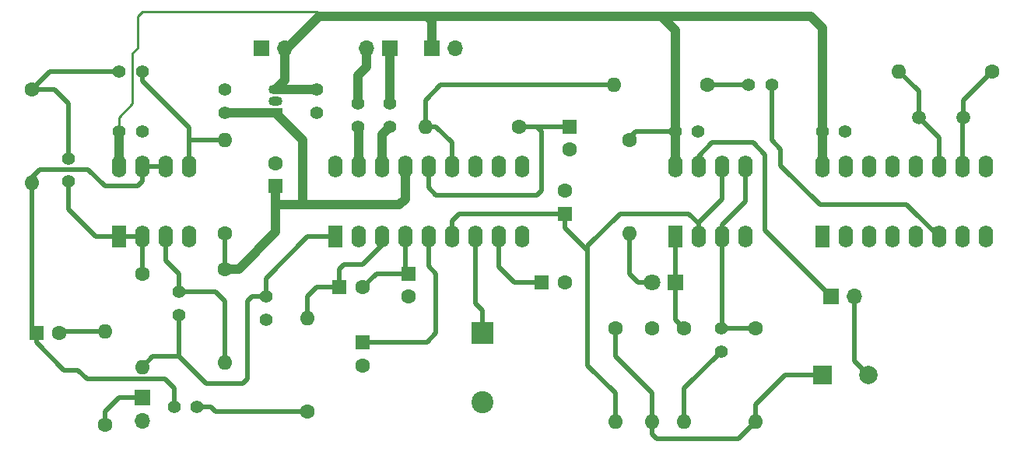
<source format=gbl>
G04 #@! TF.GenerationSoftware,KiCad,Pcbnew,5.1.8-5.1.8*
G04 #@! TF.CreationDate,2021-12-06T17:42:23+01:00*
G04 #@! TF.ProjectId,Dcf77_Elrad,44636637-375f-4456-9c72-61642e6b6963,1.0*
G04 #@! TF.SameCoordinates,Original*
G04 #@! TF.FileFunction,Copper,L2,Bot*
G04 #@! TF.FilePolarity,Positive*
%FSLAX46Y46*%
G04 Gerber Fmt 4.6, Leading zero omitted, Abs format (unit mm)*
G04 Created by KiCad (PCBNEW 5.1.8-5.1.8) date 2021-12-06 17:42:23*
%MOMM*%
%LPD*%
G01*
G04 APERTURE LIST*
G04 #@! TA.AperFunction,ComponentPad*
%ADD10O,1.700000X1.700000*%
G04 #@! TD*
G04 #@! TA.AperFunction,ComponentPad*
%ADD11R,1.700000X1.700000*%
G04 #@! TD*
G04 #@! TA.AperFunction,ComponentPad*
%ADD12O,1.600000X1.600000*%
G04 #@! TD*
G04 #@! TA.AperFunction,ComponentPad*
%ADD13C,1.600000*%
G04 #@! TD*
G04 #@! TA.AperFunction,ComponentPad*
%ADD14R,1.500000X1.050000*%
G04 #@! TD*
G04 #@! TA.AperFunction,ComponentPad*
%ADD15O,1.500000X1.050000*%
G04 #@! TD*
G04 #@! TA.AperFunction,ComponentPad*
%ADD16O,1.600000X2.400000*%
G04 #@! TD*
G04 #@! TA.AperFunction,ComponentPad*
%ADD17R,1.600000X2.400000*%
G04 #@! TD*
G04 #@! TA.AperFunction,ComponentPad*
%ADD18C,1.400000*%
G04 #@! TD*
G04 #@! TA.AperFunction,ComponentPad*
%ADD19R,1.600000X1.600000*%
G04 #@! TD*
G04 #@! TA.AperFunction,ComponentPad*
%ADD20C,2.400000*%
G04 #@! TD*
G04 #@! TA.AperFunction,ComponentPad*
%ADD21R,2.400000X2.400000*%
G04 #@! TD*
G04 #@! TA.AperFunction,ComponentPad*
%ADD22C,2.000000*%
G04 #@! TD*
G04 #@! TA.AperFunction,ComponentPad*
%ADD23R,2.000000X2.000000*%
G04 #@! TD*
G04 #@! TA.AperFunction,ComponentPad*
%ADD24C,1.800000*%
G04 #@! TD*
G04 #@! TA.AperFunction,ComponentPad*
%ADD25R,1.800000X1.800000*%
G04 #@! TD*
G04 #@! TA.AperFunction,ComponentPad*
%ADD26C,1.500000*%
G04 #@! TD*
G04 #@! TA.AperFunction,Conductor*
%ADD27C,1.000000*%
G04 #@! TD*
G04 #@! TA.AperFunction,Conductor*
%ADD28C,0.500000*%
G04 #@! TD*
G04 #@! TA.AperFunction,Conductor*
%ADD29C,0.250000*%
G04 #@! TD*
G04 APERTURE END LIST*
D10*
X139964000Y-82992000D03*
D11*
X137424000Y-82992000D03*
D10*
X121464000Y-82992000D03*
D11*
X118924000Y-82992000D03*
D10*
X130384000Y-82992000D03*
D11*
X132924000Y-82992000D03*
D10*
X105924000Y-123532000D03*
D11*
X105924000Y-120992000D03*
D10*
X183464000Y-109992000D03*
D11*
X180924000Y-109992000D03*
D12*
X101924000Y-113832000D03*
D13*
X101924000Y-123992000D03*
D12*
X93924000Y-97652000D03*
D13*
X93924000Y-87492000D03*
D12*
X114924000Y-92992000D03*
D13*
X114924000Y-103152000D03*
D12*
X105924000Y-117652000D03*
D13*
X105924000Y-107492000D03*
D12*
X114924000Y-117152000D03*
D13*
X114924000Y-106992000D03*
D14*
X120424000Y-89992000D03*
D15*
X120424000Y-87452000D03*
X120424000Y-88722000D03*
D16*
X103424000Y-95872000D03*
X111044000Y-103492000D03*
X105964000Y-95872000D03*
X108504000Y-103492000D03*
X108504000Y-95872000D03*
X105964000Y-103492000D03*
X111044000Y-95872000D03*
D17*
X103424000Y-103492000D03*
D18*
X105924000Y-91992000D03*
X103424000Y-91992000D03*
X114924000Y-89992000D03*
X114924000Y-87492000D03*
X124924000Y-87492000D03*
X124924000Y-89992000D03*
D13*
X96924000Y-113992000D03*
D19*
X94424000Y-113992000D03*
D18*
X111924000Y-121992000D03*
X109424000Y-121992000D03*
X97924000Y-97492000D03*
X97924000Y-94992000D03*
X103424000Y-85492000D03*
X105924000Y-85492000D03*
X109924000Y-109492000D03*
X109924000Y-111992000D03*
X119424000Y-112492000D03*
X119424000Y-109992000D03*
X132924000Y-88992000D03*
X132924000Y-91492000D03*
X129424000Y-88992000D03*
X129424000Y-91492000D03*
D12*
X123924000Y-112332000D03*
D13*
X123924000Y-122492000D03*
X151924000Y-108492000D03*
D19*
X149424000Y-108492000D03*
D20*
X142924000Y-121492000D03*
D21*
X142924000Y-113992000D03*
D13*
X129924000Y-117492000D03*
D19*
X129924000Y-114992000D03*
D13*
X134924000Y-109992000D03*
D19*
X134924000Y-107492000D03*
D13*
X129924000Y-108992000D03*
D19*
X127424000Y-108992000D03*
D12*
X172674000Y-123652000D03*
D13*
X172674000Y-113492000D03*
D12*
X161424000Y-123652000D03*
D13*
X161424000Y-113492000D03*
D12*
X157424000Y-123652000D03*
D13*
X157424000Y-113492000D03*
D22*
X184924000Y-118492000D03*
D23*
X179924000Y-118492000D03*
D13*
X151924000Y-98492000D03*
D19*
X151924000Y-100992000D03*
D13*
X152424000Y-93992000D03*
D19*
X152424000Y-91492000D03*
D13*
X120424000Y-95492000D03*
D19*
X120424000Y-97992000D03*
D12*
X158924000Y-103152000D03*
D13*
X158924000Y-92992000D03*
D12*
X164924000Y-123652000D03*
D13*
X164924000Y-113492000D03*
D24*
X161384000Y-108492000D03*
D25*
X163924000Y-108492000D03*
D18*
X168924000Y-113492000D03*
X168924000Y-115992000D03*
D16*
X163924000Y-95872000D03*
X171544000Y-103492000D03*
X166464000Y-95872000D03*
X169004000Y-103492000D03*
X169004000Y-95872000D03*
X166464000Y-103492000D03*
X171544000Y-95872000D03*
D17*
X163924000Y-103492000D03*
D18*
X166424000Y-91992000D03*
X163924000Y-91992000D03*
D12*
X157264000Y-86992000D03*
D13*
X167424000Y-86992000D03*
D12*
X136764000Y-91492000D03*
D13*
X146924000Y-91492000D03*
D16*
X126924000Y-95872000D03*
X147244000Y-103492000D03*
X129464000Y-95872000D03*
X144704000Y-103492000D03*
X132004000Y-95872000D03*
X142164000Y-103492000D03*
X134544000Y-95872000D03*
X139624000Y-103492000D03*
X137084000Y-95872000D03*
X137084000Y-103492000D03*
X139624000Y-95872000D03*
X134544000Y-103492000D03*
X142164000Y-95872000D03*
X132004000Y-103492000D03*
X144704000Y-95872000D03*
X129464000Y-103492000D03*
X147244000Y-95872000D03*
D17*
X126924000Y-103492000D03*
D16*
X179924000Y-95872000D03*
X197704000Y-103492000D03*
X182464000Y-95872000D03*
X195164000Y-103492000D03*
X185004000Y-95872000D03*
X192624000Y-103492000D03*
X187544000Y-95872000D03*
X190084000Y-103492000D03*
X190084000Y-95872000D03*
X187544000Y-103492000D03*
X192624000Y-95872000D03*
X185004000Y-103492000D03*
X195164000Y-95872000D03*
X182464000Y-103492000D03*
X197704000Y-95872000D03*
D17*
X179924000Y-103492000D03*
D18*
X171924000Y-86992000D03*
X174424000Y-86992000D03*
D12*
X188264000Y-85492000D03*
D13*
X198424000Y-85492000D03*
D18*
X179924000Y-91992000D03*
X182424000Y-91992000D03*
D26*
X190424000Y-90492000D03*
X195304000Y-90492000D03*
D27*
X121714000Y-82992000D02*
X125214000Y-79492000D01*
X163924000Y-80992000D02*
X163924000Y-91992000D01*
X162424000Y-79492000D02*
X163924000Y-80992000D01*
X179924000Y-95872000D02*
X179924000Y-91992000D01*
X179924000Y-91992000D02*
X179924000Y-80742000D01*
X178674000Y-79492000D02*
X162424000Y-79492000D01*
X179924000Y-80742000D02*
X178674000Y-79492000D01*
X163924000Y-91992000D02*
X163924000Y-95872000D01*
X121464000Y-86412000D02*
X121464000Y-82992000D01*
X120424000Y-87452000D02*
X121464000Y-86412000D01*
D28*
X158924000Y-92992000D02*
X158924000Y-92742000D01*
X159674000Y-91992000D02*
X163924000Y-91992000D01*
X158924000Y-92742000D02*
X159674000Y-91992000D01*
D27*
X103424000Y-95872000D02*
X103424000Y-91992000D01*
X124884000Y-87452000D02*
X124924000Y-87492000D01*
X120424000Y-87452000D02*
X124884000Y-87452000D01*
X137424000Y-79992000D02*
X136924000Y-79492000D01*
X137424000Y-82992000D02*
X137424000Y-79992000D01*
X136924000Y-79492000D02*
X162424000Y-79492000D01*
X125214000Y-79492000D02*
X136924000Y-79492000D01*
D28*
X103574001Y-91841999D02*
X103424000Y-91992000D01*
D29*
X105424000Y-82992000D02*
X104898999Y-83517001D01*
X105424000Y-79492000D02*
X105424000Y-82992000D01*
X105924000Y-78992000D02*
X105424000Y-79492000D01*
X104898999Y-83517001D02*
X104898999Y-89017001D01*
X124924000Y-78992000D02*
X105924000Y-78992000D01*
X125214000Y-79282000D02*
X124924000Y-78992000D01*
X103424000Y-90492000D02*
X103424000Y-91992000D01*
X104898999Y-89017001D02*
X103424000Y-90492000D01*
X125214000Y-79492000D02*
X125214000Y-79282000D01*
D28*
X183464000Y-117032000D02*
X184924000Y-118492000D01*
X183464000Y-109992000D02*
X183464000Y-117032000D01*
D27*
X134544000Y-99372000D02*
X134544000Y-95872000D01*
X133924000Y-99992000D02*
X134544000Y-99372000D01*
X114924000Y-89992000D02*
X120424000Y-89992000D01*
X120424000Y-89992000D02*
X123424000Y-92992000D01*
X123424000Y-92992000D02*
X123424000Y-99992000D01*
X123424000Y-99992000D02*
X133924000Y-99992000D01*
X120424000Y-99992000D02*
X123424000Y-99992000D01*
X120424000Y-97992000D02*
X120424000Y-99992000D01*
X116424000Y-106992000D02*
X120424000Y-102992000D01*
X120424000Y-102992000D02*
X120424000Y-97992000D01*
X114924000Y-106992000D02*
X116424000Y-106992000D01*
D28*
X114924000Y-103152000D02*
X114924000Y-106992000D01*
X126924000Y-103492000D02*
X123924000Y-103492000D01*
X119424000Y-107992000D02*
X119424000Y-109992000D01*
X123924000Y-103492000D02*
X119424000Y-107992000D01*
X112924000Y-119492000D02*
X110924000Y-117492000D01*
X116924000Y-119492000D02*
X112924000Y-119492000D01*
X117424000Y-118992000D02*
X116924000Y-119492000D01*
X117924000Y-109992000D02*
X117424000Y-110492000D01*
X117424000Y-110492000D02*
X117424000Y-118992000D01*
X119424000Y-109992000D02*
X117924000Y-109992000D01*
X109924000Y-116492000D02*
X110924000Y-117492000D01*
X109924000Y-111992000D02*
X109924000Y-116492000D01*
X107084000Y-116492000D02*
X105924000Y-117652000D01*
X109924000Y-116492000D02*
X107084000Y-116492000D01*
X109924000Y-109492000D02*
X113924000Y-109492000D01*
X114924000Y-110492000D02*
X114924000Y-117152000D01*
X113924000Y-109492000D02*
X114924000Y-110492000D01*
X109924000Y-109492000D02*
X109924000Y-107492000D01*
X108504000Y-106072000D02*
X108504000Y-103492000D01*
X109924000Y-107492000D02*
X108504000Y-106072000D01*
X111924000Y-121992000D02*
X113424000Y-121992000D01*
X113924000Y-122492000D02*
X123924000Y-122492000D01*
X113424000Y-121992000D02*
X113924000Y-122492000D01*
X109424000Y-121992000D02*
X109424000Y-119992000D01*
X109424000Y-119992000D02*
X108424000Y-118992000D01*
X108424000Y-118992000D02*
X99924000Y-118992000D01*
X99924000Y-118992000D02*
X98924000Y-117992000D01*
X94424000Y-113992000D02*
X94424000Y-114992000D01*
X97424000Y-117992000D02*
X98924000Y-117992000D01*
X94424000Y-114992000D02*
X97424000Y-117992000D01*
X93924000Y-113492000D02*
X94424000Y-113992000D01*
X93924000Y-97652000D02*
X93924000Y-113492000D01*
X108504000Y-95872000D02*
X105964000Y-95872000D01*
X105964000Y-95872000D02*
X105964000Y-97452000D01*
X105964000Y-97452000D02*
X105424000Y-97992000D01*
X105424000Y-97992000D02*
X101924000Y-97992000D01*
X100074001Y-96142001D02*
X94773999Y-96142001D01*
X101924000Y-97992000D02*
X100074001Y-96142001D01*
X93924000Y-96992000D02*
X93924000Y-97652000D01*
X94773999Y-96142001D02*
X93924000Y-96992000D01*
X161384000Y-108492000D02*
X159924000Y-108492000D01*
X158924000Y-107492000D02*
X158924000Y-103152000D01*
X159924000Y-108492000D02*
X158924000Y-107492000D01*
X163924000Y-103492000D02*
X163924000Y-108492000D01*
X163924000Y-112492000D02*
X164924000Y-113492000D01*
X163924000Y-108492000D02*
X163924000Y-112492000D01*
X103424000Y-103492000D02*
X105964000Y-103492000D01*
X105964000Y-107452000D02*
X105924000Y-107492000D01*
X105964000Y-103492000D02*
X105964000Y-107452000D01*
X97924000Y-97492000D02*
X97924000Y-100492000D01*
X100924000Y-103492000D02*
X103424000Y-103492000D01*
X97924000Y-100492000D02*
X100924000Y-103492000D01*
X167924000Y-93242000D02*
X166464000Y-94702000D01*
X166464000Y-94702000D02*
X166464000Y-95872000D01*
X172424000Y-93242000D02*
X167924000Y-93242000D01*
X173723990Y-94541990D02*
X172424000Y-93242000D01*
X173723990Y-102791990D02*
X173723990Y-94541990D01*
X180924000Y-109992000D02*
X173723990Y-102791990D01*
X146924000Y-91492000D02*
X152424000Y-91492000D01*
X137084000Y-98152000D02*
X137084000Y-95872000D01*
X137924000Y-98992000D02*
X137084000Y-98152000D01*
X148924000Y-98992000D02*
X137924000Y-98992000D01*
X149424000Y-98492000D02*
X148924000Y-98992000D01*
X149424000Y-91992000D02*
X149424000Y-98492000D01*
X148924000Y-91492000D02*
X149424000Y-91992000D01*
X146924000Y-91492000D02*
X148924000Y-91492000D01*
X167424000Y-86992000D02*
X171924000Y-86992000D01*
X192624000Y-103492000D02*
X189624000Y-100492000D01*
X189124000Y-99992000D02*
X192624000Y-103492000D01*
X179674000Y-99992000D02*
X189124000Y-99992000D01*
X175424000Y-95742000D02*
X179674000Y-99992000D01*
X175424000Y-93992000D02*
X175424000Y-95742000D01*
X174424000Y-92992000D02*
X175424000Y-93992000D01*
X174424000Y-86992000D02*
X174424000Y-92992000D01*
X166464000Y-103492000D02*
X166464000Y-101952000D01*
X169004000Y-99412000D02*
X169004000Y-95872000D01*
X166464000Y-101952000D02*
X169004000Y-99412000D01*
X165424000Y-100992000D02*
X157924000Y-100992000D01*
X166464000Y-102032000D02*
X165424000Y-100992000D01*
X166464000Y-103492000D02*
X166464000Y-102032000D01*
X157924000Y-100992000D02*
X154424000Y-104492000D01*
X154424000Y-107992000D02*
X154424000Y-117492000D01*
X157424000Y-120492000D02*
X157424000Y-123652000D01*
X154424000Y-117492000D02*
X157424000Y-120492000D01*
X151924000Y-100992000D02*
X140424000Y-100992000D01*
X139624000Y-101792000D02*
X139624000Y-103492000D01*
X140424000Y-100992000D02*
X139624000Y-101792000D01*
X151924000Y-102492000D02*
X154424000Y-104992000D01*
X154424000Y-104992000D02*
X154424000Y-107992000D01*
X151924000Y-100992000D02*
X151924000Y-102492000D01*
X154424000Y-104492000D02*
X154424000Y-104992000D01*
X169004000Y-103492000D02*
X169004000Y-102162000D01*
X171544000Y-99622000D02*
X171544000Y-95872000D01*
X169004000Y-102162000D02*
X171544000Y-99622000D01*
X169004000Y-113412000D02*
X168924000Y-113492000D01*
X169004000Y-103492000D02*
X169004000Y-113412000D01*
X168924000Y-113492000D02*
X172674000Y-113492000D01*
X164924000Y-119992000D02*
X168924000Y-115992000D01*
X164924000Y-123652000D02*
X164924000Y-119992000D01*
X161424000Y-123652000D02*
X161424000Y-124992000D01*
X161424000Y-124992000D02*
X161924000Y-125492000D01*
X170834000Y-125492000D02*
X172674000Y-123652000D01*
X161924000Y-125492000D02*
X170834000Y-125492000D01*
X172674000Y-123652000D02*
X172674000Y-121742000D01*
X175924000Y-118492000D02*
X179924000Y-118492000D01*
X172674000Y-121742000D02*
X175924000Y-118492000D01*
X157424000Y-113492000D02*
X157424000Y-116492000D01*
X161424000Y-120492000D02*
X161424000Y-123652000D01*
X157424000Y-116492000D02*
X161424000Y-120492000D01*
X157264000Y-86992000D02*
X138424000Y-86992000D01*
X136764000Y-88652000D02*
X136764000Y-91492000D01*
X138424000Y-86992000D02*
X136764000Y-88652000D01*
X139624000Y-95872000D02*
X139624000Y-93192000D01*
X137924000Y-91492000D02*
X136764000Y-91492000D01*
X139624000Y-93192000D02*
X137924000Y-91492000D01*
X192624000Y-92692000D02*
X190424000Y-90492000D01*
X192624000Y-95872000D02*
X192624000Y-92692000D01*
X190424000Y-87652000D02*
X188264000Y-85492000D01*
X190424000Y-90492000D02*
X190424000Y-87652000D01*
X195164000Y-90632000D02*
X195304000Y-90492000D01*
X195164000Y-95872000D02*
X195164000Y-90632000D01*
X195304000Y-88612000D02*
X198424000Y-85492000D01*
X195304000Y-90492000D02*
X195304000Y-88612000D01*
X134544000Y-107112000D02*
X134924000Y-107492000D01*
X134544000Y-103492000D02*
X134544000Y-107112000D01*
X129924000Y-108992000D02*
X131424000Y-107492000D01*
X131424000Y-107492000D02*
X134924000Y-107492000D01*
X132004000Y-103492000D02*
X132004000Y-104412000D01*
X132004000Y-104412000D02*
X129924000Y-106492000D01*
X129924000Y-106492000D02*
X127924000Y-106492000D01*
X127424000Y-106992000D02*
X127424000Y-108992000D01*
X127924000Y-106492000D02*
X127424000Y-106992000D01*
X123924000Y-112332000D02*
X123924000Y-109992000D01*
X123924000Y-109992000D02*
X124924000Y-108992000D01*
X124924000Y-108992000D02*
X127424000Y-108992000D01*
X137084000Y-103492000D02*
X137084000Y-106652000D01*
X137084000Y-106652000D02*
X137924000Y-107492000D01*
X137924000Y-107492000D02*
X137924000Y-113992000D01*
X136924000Y-114992000D02*
X129924000Y-114992000D01*
X137924000Y-113992000D02*
X136924000Y-114992000D01*
X142164000Y-103492000D02*
X142164000Y-110732000D01*
X142924000Y-111492000D02*
X142924000Y-113992000D01*
X142164000Y-110732000D02*
X142924000Y-111492000D01*
X149424000Y-108492000D02*
X146424000Y-108492000D01*
X144704000Y-106772000D02*
X144704000Y-103492000D01*
X146424000Y-108492000D02*
X144704000Y-106772000D01*
D27*
X129424000Y-85952000D02*
X130384000Y-84992000D01*
X129424000Y-88992000D02*
X129424000Y-85952000D01*
X130384000Y-84452000D02*
X130384000Y-82992000D01*
X130384000Y-84992000D02*
X130384000Y-84452000D01*
X129464000Y-91532000D02*
X129424000Y-91492000D01*
X129464000Y-95872000D02*
X129464000Y-91532000D01*
X132924000Y-88992000D02*
X132924000Y-84992000D01*
X132924000Y-84992000D02*
X132924000Y-82992000D01*
X132004000Y-92412000D02*
X132924000Y-91492000D01*
X132004000Y-95872000D02*
X132004000Y-92412000D01*
D28*
X93924000Y-87492000D02*
X96424000Y-87492000D01*
X97924000Y-88992000D02*
X97924000Y-94992000D01*
X96424000Y-87492000D02*
X97924000Y-88992000D01*
X95924000Y-85492000D02*
X93924000Y-87492000D01*
X103424000Y-85492000D02*
X95924000Y-85492000D01*
X111164000Y-92992000D02*
X111044000Y-93112000D01*
X114924000Y-92992000D02*
X111164000Y-92992000D01*
X111044000Y-93112000D02*
X111044000Y-95872000D01*
X111044000Y-91612000D02*
X111044000Y-93112000D01*
X105924000Y-86492000D02*
X111044000Y-91612000D01*
X105924000Y-85492000D02*
X105924000Y-86492000D01*
X97084000Y-113832000D02*
X96924000Y-113992000D01*
X101924000Y-113832000D02*
X97084000Y-113832000D01*
X101924000Y-123992000D02*
X101924000Y-122492000D01*
X103424000Y-120992000D02*
X105924000Y-120992000D01*
X101924000Y-122492000D02*
X103424000Y-120992000D01*
M02*

</source>
